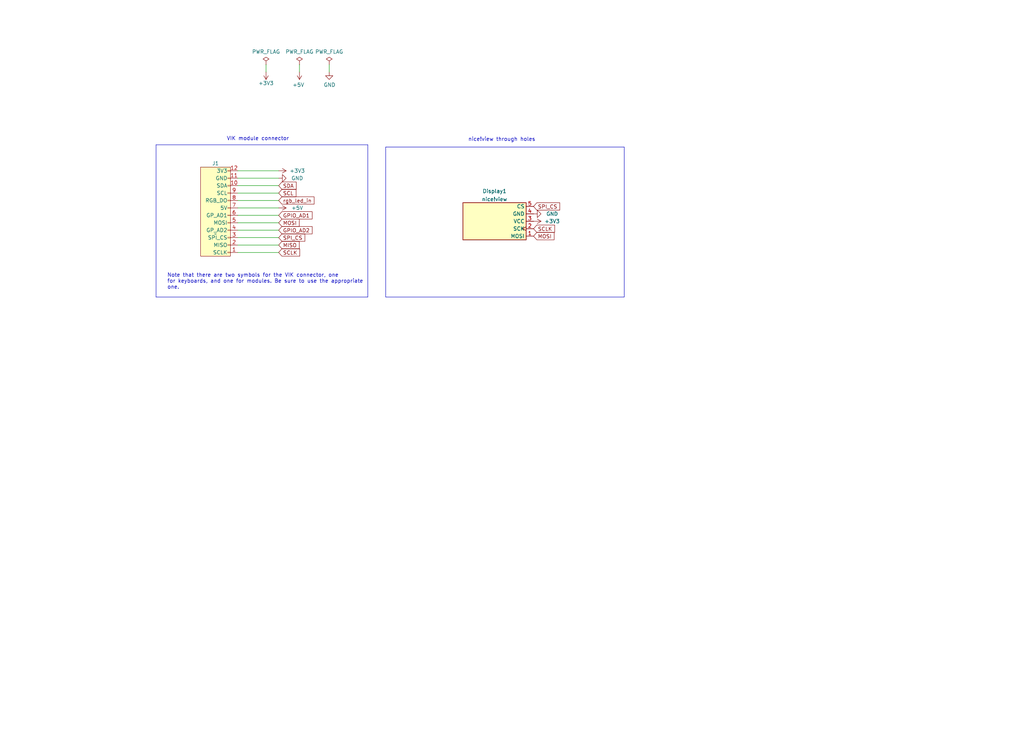
<source format=kicad_sch>
(kicad_sch (version 20230121) (generator eeschema)
  (paper "User" 350.012 250.012)
  (lib_symbols
    (symbol "nice_view:nice!view"
      (property "Reference" "Display" (at 0 12.7 0))
      (property "Value" "nice!view" (at 0 0 0))
      (symbol "nice!view_0_1"
        (rectangle (start -6.35 11.43) (end 6.35 -10.16) (stroke (width 0.254)) (fill (type background)))
      )
      (symbol "nice!view_1_1"
        (pin input line (at -5.08 -12.7 90) (length 2.54) (name "MOSI") (number "1"))
        (pin input clock (at -2.54 -12.7 90) (length 2.54) (name "SCK") (number "2"))
        (pin power_in line (at 0 -12.7 90) (length 2.54) (name "VCC") (number "3"))
        (pin power_out line (at 2.54 -12.7 90) (length 2.54) (name "GND") (number "4"))
        (pin passive line (at 5.08 -12.7 90) (length 2.54) (name "CS") (number "5"))
      )
    )
    (symbol "power:+3V3" (power) (pin_names (offset 0))
      (property "Value" "+3V3" (at 0 3.556 0))
      (symbol "+3V3_0_1"
        (polyline (pts (xy -0.762 1.27) (xy 0 2.54)))
        (polyline (pts (xy 0 0) (xy 0 2.54)))
        (polyline (pts (xy 0 2.54) (xy 0.762 1.27)))
      )
      (symbol "+3V3_1_1"
        (pin power_in line (at 0 0 90) (length 0) hide (name "+3V3") (number "1"))
      )
    )
    (symbol "power:+5V" (power) (pin_names (offset 0))
      (property "Value" "+5V" (at 0 3.556 0))
      (symbol "+5V_0_1"
        (polyline (pts (xy -0.762 1.27) (xy 0 2.54)))
        (polyline (pts (xy 0 0) (xy 0 2.54)))
        (polyline (pts (xy 0 2.54) (xy 0.762 1.27)))
      )
      (symbol "+5V_1_1"
        (pin power_in line (at 0 0 90) (length 0) hide (name "+5V") (number "1"))
      )
    )
    (symbol "power:GND" (power) (pin_names (offset 0))
      (property "Value" "GND" (at 0 -3.81 0))
      (symbol "GND_0_1"
        (polyline (pts (xy 0 0) (xy 0 -1.27) (xy 1.27 -1.27) (xy 0 -2.54) (xy -1.27 -1.27) (xy 0 -1.27)))
      )
      (symbol "GND_1_1"
        (pin power_in line (at 0 0 270) (length 0) hide (name "GND") (number "1"))
      )
    )
    (symbol "power:PWR_FLAG" (power) (pin_numbers hide) (pin_names (offset 0) hide)
      (property "Value" "PWR_FLAG" (at 0 3.81 0))
      (symbol "PWR_FLAG_0_0"
        (pin power_out line (at 0 0 90) (length 0) (name "pwr") (number "1"))
      )
      (symbol "PWR_FLAG_0_1"
        (polyline (pts (xy 0 0) (xy 0 1.27) (xy -1.016 1.905) (xy 0 2.54) (xy 1.016 1.905) (xy 0 1.27)))
      )
    )
    (symbol "vik:vik-module-connector" (pin_names (offset 1))
      (property "Reference" "J" (at 0 15.875 0))
      (symbol "vik-module-connector_1_1"
        (rectangle (start -5.08 13.97) (end 5.08 -16.51) (fill (type background)))
        (rectangle (start -5.0546 -15.113) (end -4.191 -15.367) (stroke (width 0.1)))
        (rectangle (start -5.0546 -12.573) (end -4.191 -12.827) (stroke (width 0.1)))
        (rectangle (start -5.0546 -10.033) (end -4.191 -10.287) (stroke (width 0.1)))
        (rectangle (start -5.0546 -7.493) (end -4.191 -7.747) (stroke (width 0.1)))
        (rectangle (start -5.0546 -4.953) (end -4.191 -5.207) (stroke (width 0.1)))
        (rectangle (start -5.0546 -2.413) (end -4.191 -2.667) (stroke (width 0.1)))
        (rectangle (start -5.0546 0.127) (end -4.191 -0.127) (stroke (width 0.1)))
        (rectangle (start -5.0546 2.667) (end -4.191 2.413) (stroke (width 0.1)))
        (rectangle (start -5.0546 5.207) (end -4.191 4.953) (stroke (width 0.1)))
        (rectangle (start -5.0546 7.747) (end -4.191 7.493) (stroke (width 0.1)))
        (rectangle (start -5.0546 10.287) (end -4.191 10.033) (stroke (width 0.1)))
        (rectangle (start -5.0546 12.827) (end -4.191 12.573) (stroke (width 0.1)))
        (pin output line (at -7.62 12.7 0) (length 2.54) (name "SCLK") (number "1"))
        (pin bidirectional line (at -7.62 -10.16 0) (length 2.54) (name "SDA") (number "10"))
        (pin power_out line (at -7.62 -12.7 0) (length 2.54) (name "GND") (number "11"))
        (pin power_out line (at -7.62 -15.24 0) (length 2.54) (name "3V3") (number "12"))
        (pin tri_state line (at -7.62 10.16 0) (length 2.54) (name "MISO") (number "2"))
        (pin output line (at -7.62 7.62 0) (length 2.54) (name "SPI_CS") (number "3"))
        (pin bidirectional line (at -7.62 5.08 0) (length 2.54) (name "GP_AD2") (number "4"))
        (pin output line (at -7.62 2.54 0) (length 2.54) (name "MOSI") (number "5"))
        (pin bidirectional line (at -7.62 0 0) (length 2.54) (name "GP_AD1") (number "6"))
        (pin power_out line (at -7.62 -2.54 0) (length 2.54) (name "5V") (number "7"))
        (pin output line (at -7.62 -5.08 0) (length 2.54) (name "RGB_DO") (number "8"))
        (pin bidirectional line (at -7.62 -7.62 0) (length 2.54) (name "SCL") (number "9"))
      )
    )
  )
  (wire (pts (xy 81.28 58.42) (xy 95.25 58.42)))
  (wire (pts (xy 81.28 66.04) (xy 95.25 66.04)))
  (wire (pts (xy 81.28 76.2) (xy 95.25 76.2)))
  (wire (pts (xy 112.522 22.098) (xy 112.522 24.638)))
  (wire (pts (xy 81.28 73.66) (xy 95.25 73.66)))
  (polyline (pts (xy 131.826 50.292) (xy 213.36 50.292)))
  (polyline (pts (xy 131.826 50.292) (xy 131.826 101.6)))
  (wire (pts (xy 81.28 81.28) (xy 95.25 81.28)))
  (wire (pts (xy 81.28 83.82) (xy 95.25 83.82)))
  (wire (pts (xy 81.28 60.96) (xy 95.25 60.96)))
  (polyline (pts (xy 131.826 101.6) (xy 213.36 101.6)))
  (wire (pts (xy 81.28 63.5) (xy 95.25 63.5)))
  (wire (pts (xy 102.362 22.098) (xy 102.362 24.638)))
  (polyline (pts (xy 125.73 49.53) (xy 125.73 101.6)))
  (polyline (pts (xy 125.73 101.6) (xy 53.34 101.6)))
  (polyline (pts (xy 53.34 49.53) (xy 53.34 101.6)))
  (wire (pts (xy 90.932 22.098) (xy 90.932 24.638)))
  (wire (pts (xy 81.28 86.36) (xy 95.25 86.36)))
  (polyline (pts (xy 53.34 49.53) (xy 125.73 49.53)))
  (wire (pts (xy 81.28 68.58) (xy 95.25 68.58)))
  (wire (pts (xy 81.28 71.12) (xy 95.25 71.12)))
  (polyline (pts (xy 213.36 101.6) (xy 213.36 50.292)))
  (wire (pts (xy 81.28 78.74) (xy 95.25 78.74)))
  (text "Note that there are two symbols for the VIK connector, one\nfor keyboards, and one for modules. Be sure to use the appropriate\none." (at 57.15 99.06 0) (effects (font (size 1.27 1.27)) (justify left bottom)))
  (text "nice!view through holes" (at 160.02 48.514 0) (effects (font (size 1.27 1.27)) (justify left bottom)))
  (text "VIK module connector" (at 77.47 48.26 0) (effects (font (size 1.27 1.27)) (justify left bottom)))
  (global_label "SPI_CS" (shape input) (at 95.25 81.28 0) (property "Intersheetrefs" "${INTERSHEET_REFS}" (effects hide)))
  (global_label "GPIO_AD2" (shape input) (at 95.25 78.74 0) (property "Intersheetrefs" "${INTERSHEET_REFS}" (effects hide)))
  (global_label "MOSI" (shape input) (at 95.25 76.2 0) (property "Intersheetrefs" "${INTERSHEET_REFS}" (effects hide)))
  (global_label "SCL" (shape input) (at 95.25 66.04 0) (property "Intersheetrefs" "${INTERSHEET_REFS}" (effects hide)))
  (global_label "GPIO_AD1" (shape input) (at 95.25 73.66 0) (property "Intersheetrefs" "${INTERSHEET_REFS}" (effects hide)))
  (global_label "MOSI" (shape input) (at 182.372 80.772 0) (property "Intersheetrefs" "${INTERSHEET_REFS}" (effects hide)))
  (global_label "MISO" (shape input) (at 95.25 83.82 0) (property "Intersheetrefs" "${INTERSHEET_REFS}" (effects hide)))
  (global_label "SPI_CS" (shape input) (at 182.372 70.612 0) (property "Intersheetrefs" "${INTERSHEET_REFS}" (effects hide)))
  (global_label "SCLK" (shape input) (at 95.25 86.36 0) (property "Intersheetrefs" "${INTERSHEET_REFS}" (effects hide)))
  (global_label "SCLK" (shape input) (at 182.372 78.232 0) (property "Intersheetrefs" "${INTERSHEET_REFS}" (effects hide)))
  (global_label "rgb_led_in" (shape input) (at 95.25 68.58 0) (property "Intersheetrefs" "${INTERSHEET_REFS}" (effects hide)))
  (global_label "SDA" (shape input) (at 95.25 63.5 0) (property "Intersheetrefs" "${INTERSHEET_REFS}" (effects hide)))
  (symbol (lib_id "power:PWR_FLAG") (at 90.932 22.098 0) (unit 1)
    (property "Reference" "#FLG01" (effects hide))
    (property "Value" "PWR_FLAG" (at 90.932 17.7038 0))
  )
  (symbol (lib_id "power:PWR_FLAG") (at 102.362 22.098 0) (unit 1)
    (property "Reference" "#FLG02" (effects hide))
    (property "Value" "PWR_FLAG" (at 102.362 17.7038 0))
  )
  (symbol (lib_id "power:+5V") (at 102.362 24.638 180) (unit 1)
    (property "Reference" "#PWR02" (effects hide))
    (property "Value" "+5V" (at 101.981 29.0322 0))
  )
  (symbol (lib_id "power:GND") (at 112.522 24.638 0) (unit 1)
    (property "Reference" "#PWR03" (effects hide))
    (property "Value" "GND" (at 112.649 29.0322 0))
  )
  (symbol (lib_id "power:PWR_FLAG") (at 112.522 22.098 0) (unit 1)
    (property "Reference" "#FLG03" (effects hide))
    (property "Value" "PWR_FLAG" (at 112.522 17.7038 0))
  )
  (symbol (lib_id "power:GND") (at 95.25 60.96 90) (mirror x) (unit 1)
    (property "Reference" "#PWR0102" (effects hide))
    (property "Value" "GND" (at 101.6 60.96 90))
  )
  (symbol (lib_id "power:GND") (at 182.372 73.152 90) (mirror x) (unit 1)
    (property "Reference" "#PWR04" (effects hide))
    (property "Value" "GND" (at 188.722 73.152 90))
  )
  (symbol (lib_id "power:+3V3") (at 182.372 75.692 270) (unit 1)
    (property "Reference" "#PWR01" (effects hide))
    (property "Value" "+3V3" (at 188.722 75.692 90))
  )
  (symbol (lib_id "power:+3V3") (at 95.25 58.42 270) (unit 1)
    (property "Reference" "#PWR0101" (effects hide))
    (property "Value" "+3V3" (at 101.6 58.42 90))
  )
  (symbol (lib_id "power:+5V") (at 95.25 71.12 270) (unit 1)
    (property "Reference" "#PWR0104" (effects hide))
    (property "Value" "+5V" (at 101.6 71.12 90))
  )
  (symbol (lib_id "nice_view:nice!view") (at 169.672 75.692 90) (unit 1)
    (property "Reference" "Display1" (at 169.037 65.3755 90))
    (property "Value" "nice!view" (at 169.037 68.1506 90))
    (property "Footprint" "fingerpunch:nice_view" (effects hide))
    (property "Datasheet" "https://nicekeyboards.com/docs/nice-view/pinout-schematic" (effects hide))
  )
  (symbol (lib_id "power:+3V3") (at 90.932 24.638 180) (unit 1)
    (property "Reference" "#PWR0112" (effects hide))
    (property "Value" "+3V3" (at 90.932 28.448 0))
  )
  (symbol (lib_id "vik:vik-module-connector") (at 73.66 73.66 180) (unit 1)
    (property "Reference" "J1" (at 73.66 55.88 0))
    (property "Value" "~" (at 73.66 80.01 0))
    (property "Footprint" "vik:vik-module-connector-horizontal" (effects hide))
    (property "Datasheet" "https://datasheet.lcsc.com/lcsc/2111151830_HDGC-0-5K-QX-12PWB_C2919479.pdf" (effects hide))
    (property "LCSC" "C479750" (effects hide))
  )
)
</source>
